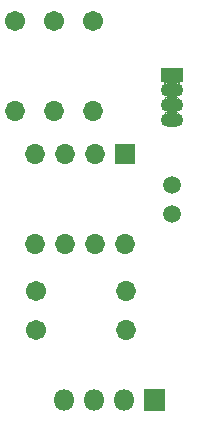
<source format=gbs>
G04 #@! TF.GenerationSoftware,KiCad,Pcbnew,5.1.10-88a1d61d58~90~ubuntu20.04.1*
G04 #@! TF.CreationDate,2021-10-12T10:11:59+02:00*
G04 #@! TF.ProjectId,attiny85_I2C_RGB_LED_v2,61747469-6e79-4383-955f-4932435f5247,2.0*
G04 #@! TF.SameCoordinates,Original*
G04 #@! TF.FileFunction,Soldermask,Bot*
G04 #@! TF.FilePolarity,Negative*
%FSLAX46Y46*%
G04 Gerber Fmt 4.6, Leading zero omitted, Abs format (unit mm)*
G04 Created by KiCad (PCBNEW 5.1.10-88a1d61d58~90~ubuntu20.04.1) date 2021-10-12 10:11:59*
%MOMM*%
%LPD*%
G01*
G04 APERTURE LIST*
%ADD10O,1.702000X1.702000*%
%ADD11C,1.702000*%
%ADD12O,1.802000X1.802000*%
%ADD13O,1.902000X1.172000*%
%ADD14C,1.502000*%
%ADD15C,0.200000*%
G04 APERTURE END LIST*
D10*
X119405400Y-139700000D03*
D11*
X111785400Y-139700000D03*
X111785400Y-136400000D03*
D10*
X119405400Y-136400000D03*
G36*
G01*
X118530000Y-123909000D02*
X120130000Y-123909000D01*
G75*
G02*
X120181000Y-123960000I0J-51000D01*
G01*
X120181000Y-125560000D01*
G75*
G02*
X120130000Y-125611000I-51000J0D01*
G01*
X118530000Y-125611000D01*
G75*
G02*
X118479000Y-125560000I0J51000D01*
G01*
X118479000Y-123960000D01*
G75*
G02*
X118530000Y-123909000I51000J0D01*
G01*
G37*
X111710000Y-132380000D03*
X116790000Y-124760000D03*
X114250000Y-132380000D03*
X114250000Y-124760000D03*
X116790000Y-132380000D03*
X111710000Y-124760000D03*
X119330000Y-132380000D03*
G36*
G01*
X120975400Y-144725400D02*
X122675400Y-144725400D01*
G75*
G02*
X122726400Y-144776400I0J-51000D01*
G01*
X122726400Y-146476400D01*
G75*
G02*
X122675400Y-146527400I-51000J0D01*
G01*
X120975400Y-146527400D01*
G75*
G02*
X120924400Y-146476400I0J51000D01*
G01*
X120924400Y-144776400D01*
G75*
G02*
X120975400Y-144725400I51000J0D01*
G01*
G37*
D12*
X119285400Y-145626400D03*
X116745400Y-145626400D03*
X114205400Y-145626400D03*
G36*
G01*
X122400000Y-117514000D02*
X124200000Y-117514000D01*
G75*
G02*
X124251000Y-117565000I0J-51000D01*
G01*
X124251000Y-118635000D01*
G75*
G02*
X124200000Y-118686000I-51000J0D01*
G01*
X122400000Y-118686000D01*
G75*
G02*
X122349000Y-118635000I0J51000D01*
G01*
X122349000Y-117565000D01*
G75*
G02*
X122400000Y-117514000I51000J0D01*
G01*
G37*
D13*
X123300000Y-119370000D03*
X123300000Y-120640000D03*
X123300000Y-121910000D03*
D14*
X123300000Y-127400000D03*
X123300000Y-129900000D03*
D11*
X110000000Y-113500000D03*
D10*
X110000000Y-121120000D03*
X116600000Y-121120000D03*
D11*
X116600000Y-113500000D03*
X113300000Y-113500000D03*
D10*
X113300000Y-121120000D03*
D15*
G36*
X122686951Y-121166405D02*
G01*
X122711517Y-121179536D01*
X122821072Y-121212770D01*
X122935094Y-121224000D01*
X123664906Y-121224000D01*
X123778928Y-121212770D01*
X123888483Y-121179536D01*
X123913049Y-121166405D01*
X123915048Y-121166471D01*
X123915991Y-121168234D01*
X123915103Y-121169832D01*
X123899993Y-121179928D01*
X123882946Y-121196975D01*
X123869551Y-121217023D01*
X123860324Y-121239297D01*
X123855620Y-121262947D01*
X123855620Y-121287053D01*
X123860324Y-121310703D01*
X123869551Y-121332977D01*
X123882945Y-121353024D01*
X123899992Y-121370071D01*
X123915103Y-121380168D01*
X123915988Y-121381962D01*
X123914877Y-121383625D01*
X123913049Y-121383595D01*
X123888483Y-121370464D01*
X123778928Y-121337230D01*
X123664906Y-121326000D01*
X122935094Y-121326000D01*
X122821072Y-121337230D01*
X122711517Y-121370464D01*
X122686951Y-121383595D01*
X122684952Y-121383529D01*
X122684009Y-121381766D01*
X122684897Y-121380168D01*
X122700007Y-121370072D01*
X122717054Y-121353025D01*
X122730449Y-121332977D01*
X122739676Y-121310703D01*
X122744380Y-121287053D01*
X122744380Y-121262947D01*
X122739676Y-121239297D01*
X122730449Y-121217023D01*
X122717055Y-121196976D01*
X122700008Y-121179929D01*
X122684897Y-121169832D01*
X122684012Y-121168038D01*
X122685123Y-121166375D01*
X122686951Y-121166405D01*
G37*
G36*
X122686951Y-119896405D02*
G01*
X122711517Y-119909536D01*
X122821072Y-119942770D01*
X122935094Y-119954000D01*
X123664906Y-119954000D01*
X123778928Y-119942770D01*
X123888483Y-119909536D01*
X123913049Y-119896405D01*
X123915048Y-119896471D01*
X123915991Y-119898234D01*
X123915103Y-119899832D01*
X123899993Y-119909928D01*
X123882946Y-119926975D01*
X123869551Y-119947023D01*
X123860324Y-119969297D01*
X123855620Y-119992947D01*
X123855620Y-120017053D01*
X123860324Y-120040703D01*
X123869551Y-120062977D01*
X123882945Y-120083024D01*
X123899992Y-120100071D01*
X123915103Y-120110168D01*
X123915988Y-120111962D01*
X123914877Y-120113625D01*
X123913049Y-120113595D01*
X123888483Y-120100464D01*
X123778928Y-120067230D01*
X123664906Y-120056000D01*
X122935094Y-120056000D01*
X122821072Y-120067230D01*
X122711517Y-120100464D01*
X122686951Y-120113595D01*
X122684952Y-120113529D01*
X122684009Y-120111766D01*
X122684897Y-120110168D01*
X122700007Y-120100072D01*
X122717054Y-120083025D01*
X122730449Y-120062977D01*
X122739676Y-120040703D01*
X122744380Y-120017053D01*
X122744380Y-119992947D01*
X122739676Y-119969297D01*
X122730449Y-119947023D01*
X122717055Y-119926976D01*
X122700008Y-119909929D01*
X122684897Y-119899832D01*
X122684012Y-119898038D01*
X122685123Y-119896375D01*
X122686951Y-119896405D01*
G37*
G36*
X124100945Y-118685000D02*
G01*
X124100945Y-118687000D01*
X124099409Y-118687990D01*
X124075222Y-118690372D01*
X124052147Y-118697372D01*
X124030883Y-118708737D01*
X124012246Y-118724032D01*
X123996951Y-118742669D01*
X123985586Y-118763933D01*
X123978586Y-118787008D01*
X123976223Y-118810999D01*
X123978586Y-118834990D01*
X123985586Y-118858065D01*
X123996928Y-118879285D01*
X124018642Y-118903242D01*
X124019064Y-118905197D01*
X124017582Y-118906540D01*
X124015891Y-118906131D01*
X123989448Y-118884430D01*
X123888483Y-118830464D01*
X123778928Y-118797230D01*
X123664906Y-118786000D01*
X122935094Y-118786000D01*
X122821072Y-118797230D01*
X122711517Y-118830464D01*
X122610552Y-118884430D01*
X122585696Y-118904829D01*
X122583722Y-118905155D01*
X122582454Y-118903609D01*
X122583013Y-118901869D01*
X122595859Y-118889023D01*
X122609254Y-118868976D01*
X122618480Y-118846702D01*
X122623184Y-118823052D01*
X122623184Y-118798945D01*
X122618479Y-118775295D01*
X122609253Y-118753021D01*
X122595858Y-118732974D01*
X122578811Y-118715927D01*
X122558764Y-118702532D01*
X122536533Y-118693323D01*
X122500494Y-118687978D01*
X122498927Y-118686735D01*
X122499220Y-118684757D01*
X122500787Y-118684000D01*
X124099213Y-118684000D01*
X124100945Y-118685000D01*
G37*
M02*

</source>
